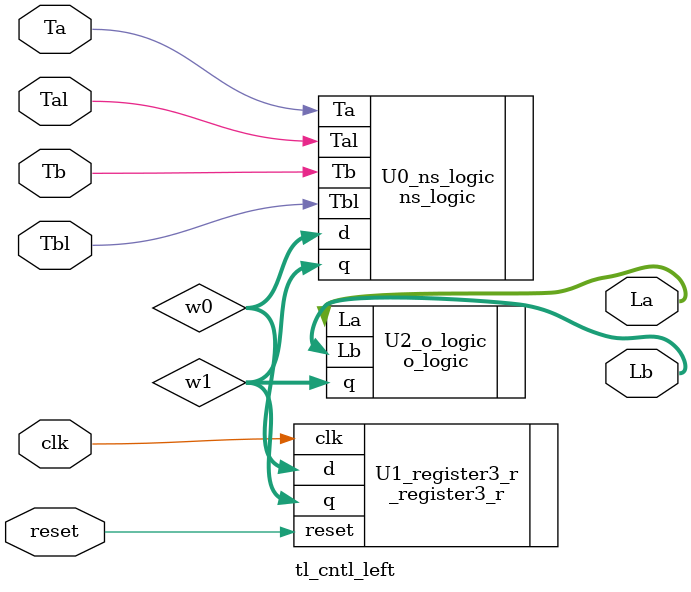
<source format=v>
module tl_cntl_left(clk,reset,Ta,Tb,Tal,Tbl,La,Lb);
	input Ta,Tb,Tal,Tbl,clk,reset;
	output[1:0]La,Lb;
	
	wire [2:0] w0, w1;
	
	ns_logic U0_ns_logic (.d(w0), .q(w1), .Ta(Ta), .Tal(Tal), .Tb(Tb), .Tbl(Tbl)); // register에서의 Q를 입력으로 받고 D를 출력
	_register3_r U1_register3_r (.clk(clk), .d(w0), .q(w1), .reset(reset)); // ns_logic의 출력인 D를 입력으로 받고 Q를 출력 
	o_logic U2_o_logic (.q(w1), .La(La), .Lb(Lb)); // register에서 출력된 Q를 입력으로 하여 TRAFFIC LIGHT를 출력 


endmodule

</source>
